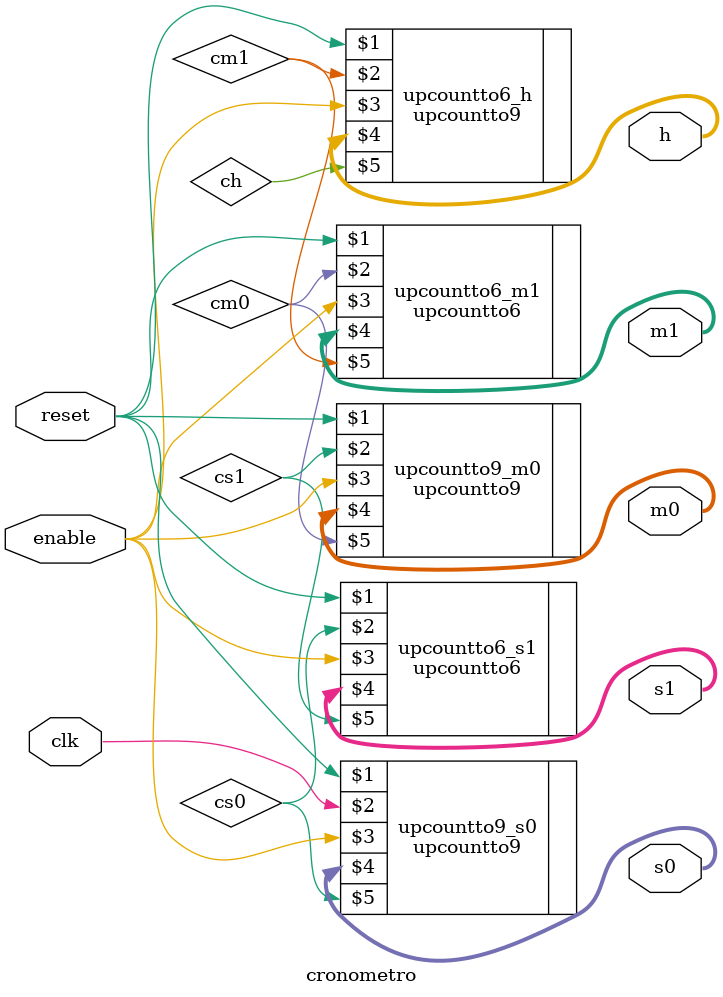
<source format=v>
`include "src/upcountto6.v"
`include "src/upcountto9.v"

module cronometro(reset, enable, clk, s0, s1, m0, m1, h);
    
    input wire reset, enable, clk;
    output [3:0] s0, s1, m0, m1, h;

    wire cs0, cs1, csm0, cm1, ch;

    upcountto9 upcountto9_s0(reset,clk,enable,s0,cs0);
    upcountto6 upcountto6_s1(reset,cs0,enable,s1,cs1);
    upcountto9 upcountto9_m0(reset,cs1,enable,m0,cm0);
    upcountto6 upcountto6_m1(reset,cm0,enable,m1,cm1);
    upcountto9 upcountto6_h(reset,cm1,enable,h,ch);

endmodule

</source>
